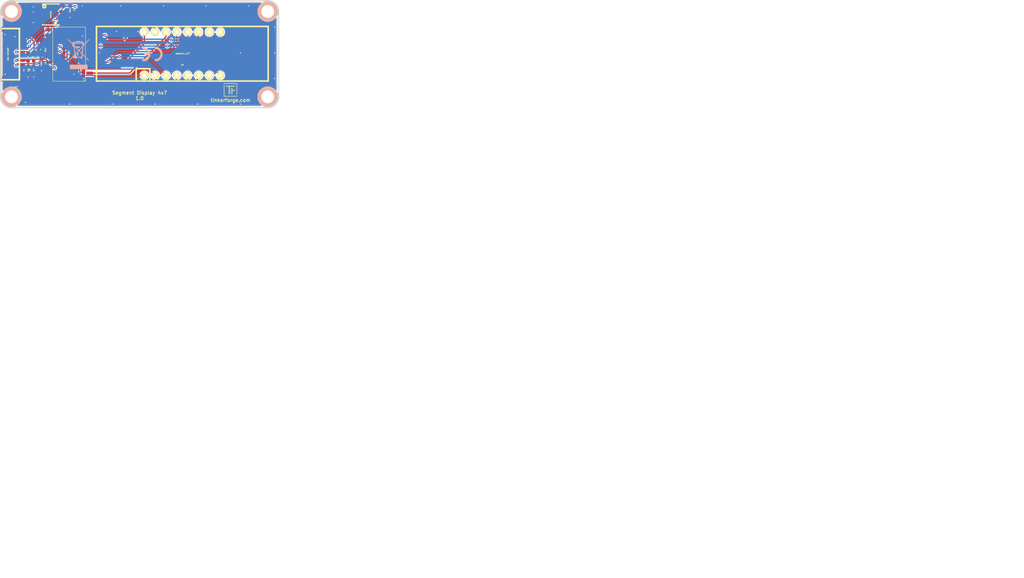
<source format=kicad_pcb>
(kicad_pcb (version 3) (host pcbnew "(2013-05-18 BZR 4017)-stable")
  (title_block (title "Segment Display 4x7 Bricklet") (rev 1.0) (company "Tinkerforge GmbH") (comment 1 "Licensed under CERN OHL v.1.1") (comment 2 "Copyright (©) 2013, B.Nordmeyer <bastian@tinkerforge.com>"))
  (layers (15 Vorderseite signal hide) (0 Rückseite signal hide) (18 B.Paste user) (19 F.Paste user) (20 B.SilkS user) (21 F.SilkS user) (22 B.Mask user) (23 F.Mask user) (28 Edge.Cuts user))
  (net 0 "")
  (net 1 +5V)
  (net 2 COM1)
  (net 3 COM2)
  (net 4 COM3)
  (net 5 COM4)
  (net 6 GND)
  (net 7 N-000001)
  (net 8 N-0000017)
  (net 9 N-0000018)
  (net 10 N-000002)
  (net 11 N-0000022)
  (net 12 N-0000023)
  (net 13 N-0000024)
  (net 14 N-0000029)
  (net 15 N-000003)
  (net 16 N-0000030)
  (net 17 N-000004)
  (net 18 N-000005)
  (net 19 N-000006)
  (net 20 VCC)
  (module SOIC8 (layer Vorderseite) (at 54.6 33 270)
    (fp_text reference U1 (at 1.5 -1.1 270) (layer F.SilkS) (effects (font (size 0.29972 0.29972) (thickness 0.0762))))
    (fp_text value M24C64 (at 0 0 270) (layer F.SilkS) (effects (font (size 0.29972 0.29972) (thickness 0.0762))))
    (pad 1 smd rect (at -1.90246 2.69748 90) (size 0.59944 1.5494) (layers Vorderseite F.Paste F.Mask) (net 6 GND))
    (pad 2 smd rect (at -0.63246 2.69748 90) (size 0.59944 1.5494) (layers Vorderseite F.Paste F.Mask) (net 6 GND))
    (pad 3 smd rect (at 0.63246 2.69748 90) (size 0.59944 1.5494) (layers Vorderseite F.Paste F.Mask) (net 13 N-0000024))
    (pad 4 smd rect (at 1.90246 2.69748 90) (size 0.59944 1.5494) (layers Vorderseite F.Paste F.Mask) (net 6 GND))
    (pad 5 smd rect (at 1.90246 -2.69748 270) (size 0.59944 1.5494) (layers Vorderseite F.Paste F.Mask) (net 11 N-0000022))
    (pad 6 smd rect (at 0.63246 -2.69748 270) (size 0.59944 1.5494) (layers Vorderseite F.Paste F.Mask) (net 12 N-0000023))
    (pad 7 smd rect (at -0.63246 -2.69748 270) (size 0.59944 1.5494) (layers Vorderseite F.Paste F.Mask))
    (pad 8 smd rect (at -1.90246 -2.69748 270) (size 0.59944 1.5494) (layers Vorderseite F.Paste F.Mask) (net 20 VCC))
  )
  (module DRILL_NP (layer Vorderseite) (at 45.4 52.3)
    (fp_text reference U4 hide)
    (fp_text value DRILL hide)
    (pad "" thru_hole circle (at 0 0) (size 2.99974 2.99974) (drill 2.99974) (layers *.Cu *.SilkS *.Mask) (clearance 0.89916))
  )
  (module DRILL_NP (layer Vorderseite) (at 45.4 32.3)
    (fp_text reference U6 hide)
    (fp_text value DRILL hide)
    (pad "" thru_hole circle (at 0 0) (size 2.99974 2.99974) (drill 2.99974) (layers *.Cu *.SilkS *.Mask) (clearance 0.89916))
  )
  (module DRILL_NP (layer Vorderseite) (at 105.4 52.3)
    (fp_text reference U5 hide)
    (fp_text value DRILL hide)
    (pad "" thru_hole circle (at 0 0) (size 2.99974 2.99974) (drill 2.99974) (layers *.Cu *.SilkS *.Mask) (clearance 0.89916))
  )
  (module CON-SENSOR (layer Vorderseite) (at 43 42.3 270)
    (fp_text reference P1 (at 7.9502 -3.50012 270) (layer F.SilkS) (effects (font (size 0.59944 0.59944) (thickness 0.12446))))
    (fp_text value CON-SENSOR (at 0 -1.6002 270) (layer F.SilkS) (effects (font (size 0.29972 0.29972) (thickness 0.07112))))
    (pad 1 smd rect (at -4.50088 -4.7752 270) (size 0.59944 1.5494) (layers Vorderseite F.Paste F.Mask) (net 1 +5V))
    (pad 2 smd rect (at -3.50012 -4.7752 270) (size 0.59944 1.5494) (layers Vorderseite F.Paste F.Mask) (net 6 GND))
    (pad 3 smd rect (at -2.49936 -4.7752 270) (size 0.59944 1.5494) (layers Vorderseite F.Paste F.Mask) (net 20 VCC))
    (pad 4 smd rect (at -1.50114 -4.7752 270) (size 0.59944 1.5494) (layers Vorderseite F.Paste F.Mask) (net 12 N-0000023))
    (pad 5 smd rect (at -0.50038 -4.7752 270) (size 0.59944 1.5494) (layers Vorderseite F.Paste F.Mask) (net 11 N-0000022))
    (pad 6 smd rect (at 0.50038 -4.7752 270) (size 0.59944 1.5494) (layers Vorderseite F.Paste F.Mask) (net 13 N-0000024))
    (pad 7 smd rect (at 1.50114 -4.7752 270) (size 0.59944 1.5494) (layers Vorderseite F.Paste F.Mask) (net 16 N-0000030))
    (pad 8 smd rect (at 2.49936 -4.7752 270) (size 0.59944 1.5494) (layers Vorderseite F.Paste F.Mask) (net 14 N-0000029))
    (pad 9 smd rect (at 3.50012 -4.7752 270) (size 0.59944 1.5494) (layers Vorderseite F.Paste F.Mask))
    (pad 10 smd rect (at 4.50088 -4.7752 270) (size 0.59944 1.5494) (layers Vorderseite F.Paste F.Mask))
    (pad EP smd rect (at -5.79882 -0.89916 270) (size 1.19888 1.80086) (layers Vorderseite F.Paste F.Mask) (net 6 GND))
    (pad EP smd rect (at 5.79882 -0.89916 270) (size 1.19888 1.80086) (layers Vorderseite F.Paste F.Mask) (net 6 GND))
  )
  (module 0603 (layer Vorderseite) (at 49.3 43 270)
    (fp_text reference R1 (at 0 -1.00076 270) (layer F.SilkS) (effects (font (size 0.29972 0.29972) (thickness 0.0762))))
    (fp_text value 1k (at 0 0 270) (layer F.SilkS) (effects (font (size 0.29972 0.29972) (thickness 0.07493))))
    (pad 1 smd rect (at -0.8001 0 270) (size 0.8001 0.8001) (layers Vorderseite F.Paste F.Mask) (net 1 +5V))
    (pad 2 smd rect (at 0.8001 0 270) (size 0.8001 0.8001) (layers Vorderseite F.Paste F.Mask) (net 16 N-0000030))
  )
  (module 0603 (layer Vorderseite) (at 49.3 46 90)
    (fp_text reference C1 (at 0 -1.00076 90) (layer F.SilkS) (effects (font (size 0.29972 0.29972) (thickness 0.0762))))
    (fp_text value 1nF (at 0 0 90) (layer F.SilkS) (effects (font (size 0.29972 0.29972) (thickness 0.0762))))
    (pad 1 smd rect (at -0.8001 0 90) (size 0.8001 0.8001) (layers Vorderseite F.Paste F.Mask) (net 6 GND))
    (pad 2 smd rect (at 0.8001 0 90) (size 0.8001 0.8001) (layers Vorderseite F.Paste F.Mask) (net 16 N-0000030))
  )
  (module 0603 (layer Vorderseite) (at 52.4 44.4 270)
    (fp_text reference C5 (at 0 -1.00076 270) (layer F.SilkS) (effects (font (size 0.29972 0.29972) (thickness 0.0762))))
    (fp_text value 100nF (at 0 0 270) (layer F.SilkS) (effects (font (size 0.29972 0.29972) (thickness 0.0762))))
    (pad 1 smd rect (at -0.8001 0 270) (size 0.8001 0.8001) (layers Vorderseite F.Paste F.Mask) (net 1 +5V))
    (pad 2 smd rect (at 0.8001 0 270) (size 0.8001 0.8001) (layers Vorderseite F.Paste F.Mask) (net 6 GND))
  )
  (module 0603 (layer Vorderseite) (at 50.6 43 270)
    (fp_text reference R2 (at 0 -1.00076 270) (layer F.SilkS) (effects (font (size 0.29972 0.29972) (thickness 0.0762))))
    (fp_text value 1k (at 0 0 270) (layer F.SilkS) (effects (font (size 0.29972 0.29972) (thickness 0.07493))))
    (pad 1 smd rect (at -0.8001 0 270) (size 0.8001 0.8001) (layers Vorderseite F.Paste F.Mask) (net 1 +5V))
    (pad 2 smd rect (at 0.8001 0 270) (size 0.8001 0.8001) (layers Vorderseite F.Paste F.Mask) (net 14 N-0000029))
  )
  (module DRILL_NP (layer Vorderseite) (at 105.4 32.3)
    (fp_text reference U7 hide)
    (fp_text value DRILL hide)
    (pad "" thru_hole circle (at 0 0) (size 2.99974 2.99974) (drill 2.99974) (layers *.Cu *.SilkS *.Mask) (clearance 0.89916))
  )
  (module 0603 (layer Vorderseite) (at 59.1 31.9 270)
    (fp_text reference C4 (at 0 -1.00076 270) (layer F.SilkS) (effects (font (size 0.29972 0.29972) (thickness 0.0762))))
    (fp_text value 100nF (at 0 0 270) (layer F.SilkS) (effects (font (size 0.29972 0.29972) (thickness 0.0762))))
    (pad 1 smd rect (at -0.8001 0 270) (size 0.8001 0.8001) (layers Vorderseite F.Paste F.Mask) (net 20 VCC))
    (pad 2 smd rect (at 0.8001 0 270) (size 0.8001 0.8001) (layers Vorderseite F.Paste F.Mask) (net 6 GND))
  )
  (module 0603 (layer Vorderseite) (at 50.6 46 90)
    (fp_text reference C3 (at 0 -1.00076 90) (layer F.SilkS) (effects (font (size 0.29972 0.29972) (thickness 0.0762))))
    (fp_text value 1nF (at 0 0 90) (layer F.SilkS) (effects (font (size 0.29972 0.29972) (thickness 0.0762))))
    (pad 1 smd rect (at -0.8001 0 90) (size 0.8001 0.8001) (layers Vorderseite F.Paste F.Mask) (net 6 GND))
    (pad 2 smd rect (at 0.8001 0 90) (size 0.8001 0.8001) (layers Vorderseite F.Paste F.Mask) (net 14 N-0000029))
  )
  (module 0805 (layer Vorderseite) (at 52.2 41.3 90)
    (fp_text reference C2 (at 0 -1.04902 90) (layer F.SilkS) (effects (font (size 0.29972 0.29972) (thickness 0.0762))))
    (fp_text value 10µF (at 0 1.15062 90) (layer F.SilkS) (effects (font (size 0.29972 0.29972) (thickness 0.0762))))
    (pad 1 smd rect (at -1.00076 0 90) (size 1.00076 1.24968) (layers Vorderseite F.Paste F.Mask) (net 1 +5V) (clearance 0.14986))
    (pad 2 smd rect (at 1.00076 0 90) (size 1.00076 1.24968) (layers Vorderseite F.Paste F.Mask) (net 6 GND) (clearance 0.14986))
  )
  (module SOP20 (layer Vorderseite) (at 58.9 42.3 90)
    (fp_text reference U2 (at 0 2 90) (layer F.SilkS) (effects (font (size 0.3 0.3) (thickness 0.075))))
    (fp_text value TM1637 (at 0 0 90) (layer F.SilkS) (effects (font (size 0.3 0.3) (thickness 0.075))))
    (pad 1 smd rect (at -5.71246 4.79806 270) (size 0.6985 1.59766) (layers Vorderseite F.Paste F.Mask) (net 6 GND))
    (pad 2 smd rect (at -4.44246 4.79806 270) (size 0.6985 1.59766) (layers Vorderseite F.Paste F.Mask) (net 8 N-0000017))
    (pad 3 smd rect (at -3.17246 4.79806 270) (size 0.6985 1.59766) (layers Vorderseite F.Paste F.Mask) (net 9 N-0000018))
    (pad 4 smd rect (at -1.90246 4.79806 270) (size 0.6985 1.59766) (layers Vorderseite F.Paste F.Mask) (net 10 N-000002))
    (pad 5 smd rect (at -0.63246 4.79806 270) (size 0.6985 1.59766) (layers Vorderseite F.Paste F.Mask) (net 15 N-000003))
    (pad 6 smd rect (at 0.63246 4.79806 270) (size 0.6985 1.59766) (layers Vorderseite F.Paste F.Mask) (net 17 N-000004))
    (pad 7 smd rect (at 1.90246 4.79806 270) (size 0.6985 1.59766) (layers Vorderseite F.Paste F.Mask) (net 18 N-000005))
    (pad 8 smd rect (at 3.17246 4.79806 270) (size 0.6985 1.59766) (layers Vorderseite F.Paste F.Mask) (net 7 N-000001))
    (pad 9 smd rect (at 4.44246 4.79806 270) (size 0.6985 1.59766) (layers Vorderseite F.Paste F.Mask) (net 19 N-000006))
    (pad 10 smd rect (at 5.71246 4.79806 270) (size 0.6985 1.59766) (layers Vorderseite F.Paste F.Mask))
    (pad 11 smd rect (at 5.71246 -4.79806 90) (size 0.6985 1.59766) (layers Vorderseite F.Paste F.Mask))
    (pad 12 smd rect (at 4.44246 -4.79806 90) (size 0.6985 1.59766) (layers Vorderseite F.Paste F.Mask) (net 5 COM4))
    (pad 13 smd rect (at 3.17246 -4.79806 90) (size 0.6985 1.59766) (layers Vorderseite F.Paste F.Mask) (net 4 COM3))
    (pad 14 smd rect (at 1.90246 -4.79806 90) (size 0.6985 1.59766) (layers Vorderseite F.Paste F.Mask) (net 3 COM2))
    (pad 15 smd rect (at 0.63246 -4.79806 90) (size 0.6985 1.59766) (layers Vorderseite F.Paste F.Mask) (net 2 COM1))
    (pad 16 smd rect (at -0.63246 -4.79806 90) (size 0.6985 1.59766) (layers Vorderseite F.Paste F.Mask) (net 1 +5V))
    (pad 17 smd rect (at -1.90246 -4.79806 90) (size 0.6985 1.59766) (layers Vorderseite F.Paste F.Mask) (net 14 N-0000029))
    (pad 18 smd rect (at -3.17246 -4.79806 90) (size 0.6985 1.59766) (layers Vorderseite F.Paste F.Mask) (net 16 N-0000030))
    (pad 19 smd rect (at -4.44246 -4.79806 90) (size 0.6985 1.59766) (layers Vorderseite F.Paste F.Mask))
    (pad 20 smd rect (at -5.71246 -4.79806 90) (size 0.6985 1.59766) (layers Vorderseite F.Paste F.Mask))
  )
  (module Logo_31x31 (layer Vorderseite) (at 95.1 49.1)
    (fp_text reference G*** hide)
    (fp_text value Logo_31x31 hide)
  )
  (module WEEE_7mm (layer Rückseite) (at 61.1 42.3)
    (fp_text reference VAL hide)
    (fp_text value WEEE_7mm hide)
  )
  (module CE_5mm (layer Rückseite) (at 78.4 42.3 180)
    (fp_text reference VAL hide)
    (fp_text value CE_5mm hide)
  )
  (module Fiducial_Mark (layer Vorderseite) (at 50.4 52.3)
    (fp_text reference Fiducial_Mark hide)
    (fp_text value VAL** hide)
    (pad 1 smd circle (at 0 0) (size 1.00076 1.00076) (layers Vorderseite F.Mask) (clearance 0.65024))
  )
  (module Fiducial_Mark (layer Vorderseite) (at 99.4 32.3)
    (fp_text reference Fiducial_Mark hide)
    (fp_text value VAL** hide)
    (pad 1 smd circle (at 0 0) (size 1.00076 1.00076) (layers Vorderseite F.Mask) (clearance 0.65024))
  )
  (module Fiducial_Mark (layer Vorderseite) (at 48.9 31.3)
    (fp_text reference Fiducial_Mark hide)
    (fp_text value VAL** hide)
    (pad 1 smd circle (at 0 0) (size 1.00076 1.00076) (layers Vorderseite F.Mask) (clearance 0.65024))
  )
  (module SEGMENT_4X7 (layer Vorderseite) (at 85.4 42.2)
    (fp_text reference U3 (at 0 2.6) (layer F.SilkS) (effects (font (size 0.3 0.3) (thickness 0.075))))
    (fp_text value SEGMENT_4X7 (at 0 0) (layer F.SilkS) (effects (font (size 0.3 0.3) (thickness 0.075))))
    (pad 1 thru_hole circle (at -8.89 5.08) (size 1.8 1.8) (drill 0.8) (layers *.Cu *.Mask F.SilkS) (net 2 COM1))
    (pad 2 thru_hole circle (at -6.35 5.08) (size 1.8 1.8) (drill 0.8) (layers *.Cu *.Mask F.SilkS) (net 3 COM2))
    (pad 3 thru_hole circle (at -3.81 5.08) (size 1.8 1.8) (drill 0.8) (layers *.Cu *.Mask F.SilkS) (net 15 N-000003))
    (pad 4 thru_hole circle (at -1.27 5.08) (size 1.8 1.8) (drill 0.8) (layers *.Cu *.Mask F.SilkS) (net 3 COM2))
    (pad 5 thru_hole circle (at 1.27 5.08) (size 1.8 1.8) (drill 0.8) (layers *.Cu *.Mask F.SilkS) (net 17 N-000004))
    (pad 6 thru_hole circle (at 3.81 5.08) (size 1.8 1.8) (drill 0.8) (layers *.Cu *.Mask F.SilkS) (net 4 COM3))
    (pad 7 thru_hole circle (at 6.35 5.08) (size 1.8 1.8) (drill 0.8) (layers *.Cu *.Mask F.SilkS))
    (pad 8 thru_hole circle (at 8.89 5.08) (size 1.8 1.8) (drill 0.8) (layers *.Cu *.Mask F.SilkS) (net 5 COM4))
    (pad 9 thru_hole circle (at 8.89 -5.08) (size 1.8 1.8) (drill 0.8) (layers *.Cu *.Mask F.SilkS))
    (pad 10 thru_hole circle (at 6.35 -5.08) (size 1.8 1.8) (drill 0.8) (layers *.Cu *.Mask F.SilkS))
    (pad 11 thru_hole circle (at 3.81 -5.08) (size 1.8 1.8) (drill 0.8) (layers *.Cu *.Mask F.SilkS) (net 18 N-000005))
    (pad 12 thru_hole circle (at 1.27 -5.08) (size 1.8 1.8) (drill 0.8) (layers *.Cu *.Mask F.SilkS) (net 19 N-000006))
    (pad 13 thru_hole circle (at -1.27 -5.08) (size 1.8 1.8) (drill 0.8) (layers *.Cu *.Mask F.SilkS) (net 10 N-000002))
    (pad 14 thru_hole circle (at -3.81 -5.08) (size 1.8 1.8) (drill 0.8) (layers *.Cu *.Mask F.SilkS) (net 8 N-0000017))
    (pad 15 thru_hole circle (at -6.35 -5.08) (size 1.8 1.8) (drill 0.9) (layers *.Cu *.Mask F.SilkS) (net 7 N-000001))
    (pad 16 thru_hole circle (at -8.89 -5.08) (size 1.8 1.8) (drill 0.9) (layers *.Cu *.Mask F.SilkS) (net 9 N-0000018))
  )
  (gr_line (start 107.9 52.3) (end 107.9 32.4) (angle 90) (layer Edge.Cuts) (width 0.381))
  (gr_line (start 105.4 54.8) (end 45.4 54.8) (angle 90) (layer Edge.Cuts) (width 0.381))
  (gr_line (start 105.5 29.8) (end 45.4 29.8) (angle 90) (layer Edge.Cuts) (width 0.381))
  (gr_arc (start 105.4 52.3) (end 107.9 52.3) (angle 90) (layer Edge.Cuts) (width 0.381))
  (gr_arc (start 105.4 32.3) (end 105.5 29.8) (angle 90) (layer Edge.Cuts) (width 0.381))
  (gr_text "Segment Display 4x7\n1.0" (at 75.4 52) (layer F.SilkS) (effects (font (size 0.8 0.8))))
  (gr_text tinkerforge.com (at 96.7 53.1) (layer F.SilkS) (effects (font (size 0.8 0.8))))
  (gr_line (start 42.9 32.3) (end 42.9 52.3) (angle 90) (layer Edge.Cuts) (width 0.381))
  (gr_arc (start 45.4 32.3) (end 42.9 32.3) (angle 90) (layer Edge.Cuts) (width 0.381))
  (gr_arc (start 45.4 52.3) (end 45.4 54.8) (angle 90) (layer Edge.Cuts) (width 0.381))
  (segment (start 49.3 42.1999) (end 50.6 42.1999) (width 0.29972) (layer Vorderseite) (net 1))
  (segment (start 50.7 41.2) (end 50.7 42.0999) (width 0.29972) (layer Vorderseite) (net 1))
  (segment (start 50.7 42.0999) (end 50.6 42.1999) (width 0.29972) (layer Vorderseite) (net 1))
  (segment (start 52.4 43.5999) (end 52.6001 43.5999) (width 0.29972) (layer Vorderseite) (net 1))
  (segment (start 53.26754 42.93246) (end 54.10194 42.93246) (width 0.29972) (layer Vorderseite) (net 1))
  (segment (start 52.6001 43.5999) (end 53.26754 42.93246) (width 0.29972) (layer Vorderseite) (net 1))
  (segment (start 52.2 42.30076) (end 52.2 43.3999) (width 0.29972) (layer Vorderseite) (net 1))
  (segment (start 52.2 43.3999) (end 52.4 43.5999) (width 0.29972) (layer Vorderseite) (net 1))
  (segment (start 52.2 42.30076) (end 51.80076 42.30076) (width 0.29972) (layer Vorderseite) (net 1))
  (segment (start 49.09912 37.79912) (end 50.7 39.4) (width 0.29972) (layer Vorderseite) (net 1))
  (segment (start 50.7 39.4) (end 50.7 41.2) (width 0.29972) (layer Vorderseite) (net 1))
  (segment (start 49.09912 37.79912) (end 47.7752 37.79912) (width 0.29972) (layer Vorderseite) (net 1))
  (segment (start 51.80076 42.30076) (end 50.7 41.2) (width 0.29972) (layer Vorderseite) (net 1))
  (segment (start 76.51 47.28) (end 62.38 47.28) (width 0.29972) (layer Rückseite) (net 2))
  (segment (start 56.76754 41.66754) (end 54.10194 41.66754) (width 0.29972) (layer Vorderseite) (net 2))
  (segment (start 56.8 41.7) (end 56.76754 41.66754) (width 0.29972) (layer Vorderseite) (net 2))
  (via (at 56.8 41.7) (size 0.70104) (layers Vorderseite Rückseite) (net 2))
  (segment (start 62.38 47.28) (end 56.8 41.7) (width 0.29972) (layer Rückseite) (net 2))
  (segment (start 79.05 47.28) (end 79.05 48.05) (width 0.29972) (layer Vorderseite) (net 3))
  (segment (start 84.13 48.17) (end 84.13 47.28) (width 0.29972) (layer Vorderseite) (net 3))
  (segment (start 83.6 48.7) (end 84.13 48.17) (width 0.29972) (layer Vorderseite) (net 3))
  (segment (start 79.7 48.7) (end 83.6 48.7) (width 0.29972) (layer Vorderseite) (net 3))
  (segment (start 79.05 48.05) (end 79.7 48.7) (width 0.29972) (layer Vorderseite) (net 3))
  (segment (start 79.05 47.28) (end 78.98 47.28) (width 0.29972) (layer Rückseite) (net 3))
  (segment (start 56.69754 40.39754) (end 54.10194 40.39754) (width 0.29972) (layer Vorderseite) (net 3))
  (segment (start 56.8 40.5) (end 56.69754 40.39754) (width 0.29972) (layer Vorderseite) (net 3))
  (via (at 56.8 40.5) (size 0.70104) (layers Vorderseite Rückseite) (net 3))
  (segment (start 62.1 45.8) (end 56.8 40.5) (width 0.29972) (layer Rückseite) (net 3))
  (segment (start 77.5 45.8) (end 62.1 45.8) (width 0.29972) (layer Rückseite) (net 3))
  (segment (start 78.98 47.28) (end 77.5 45.8) (width 0.29972) (layer Rückseite) (net 3))
  (segment (start 89.21 47.28) (end 89.21 47.99) (width 0.29972) (layer Vorderseite) (net 4))
  (segment (start 56.92754 39.12754) (end 54.10194 39.12754) (width 0.29972) (layer Vorderseite) (net 4))
  (segment (start 58.4 40.6) (end 56.92754 39.12754) (width 0.29972) (layer Vorderseite) (net 4))
  (segment (start 58.4 47.4) (end 58.4 40.6) (width 0.29972) (layer Vorderseite) (net 4))
  (segment (start 62 51) (end 58.4 47.4) (width 0.29972) (layer Vorderseite) (net 4))
  (segment (start 86.2 51) (end 62 51) (width 0.29972) (layer Vorderseite) (net 4))
  (segment (start 89.21 47.99) (end 86.2 51) (width 0.29972) (layer Vorderseite) (net 4))
  (segment (start 54.10194 37.85754) (end 60.04246 37.85754) (width 0.29972) (layer Vorderseite) (net 5))
  (segment (start 90.475 43.465) (end 94.29 47.28) (width 0.29972) (layer Vorderseite) (net 5))
  (segment (start 90.475 36.175) (end 90.475 43.465) (width 0.29972) (layer Vorderseite) (net 5))
  (segment (start 89 34.7) (end 90.475 36.175) (width 0.29972) (layer Vorderseite) (net 5))
  (segment (start 63.2 34.7) (end 89 34.7) (width 0.29972) (layer Vorderseite) (net 5))
  (segment (start 60.04246 37.85754) (end 63.2 34.7) (width 0.29972) (layer Vorderseite) (net 5))
  (segment (start 101 31) (end 101 30.9) (width 0.29972) (layer Vorderseite) (net 6))
  (segment (start 97.4 30.6) (end 97 31) (width 0.29972) (layer Vorderseite) (net 6))
  (segment (start 100.7 30.6) (end 97.4 30.6) (width 0.29972) (layer Vorderseite) (net 6))
  (segment (start 101 30.9) (end 100.7 30.6) (width 0.29972) (layer Vorderseite) (net 6))
  (segment (start 48.7 53.6) (end 48.7 48.3) (width 0.29972) (layer Vorderseite) (net 6))
  (segment (start 48.7 48.3) (end 49.3 47.7) (width 0.29972) (layer Vorderseite) (net 6))
  (segment (start 75 37) (end 70 37) (width 0.29972) (layer Rückseite) (net 6))
  (segment (start 71 36) (end 70 37) (width 0.29972) (layer Rückseite) (net 6))
  (via (at 70 37) (size 0.70104) (layers Vorderseite Rückseite) (net 6))
  (segment (start 71 36) (end 71 31) (width 0.29972) (layer Rückseite) (net 6))
  (via (at 75 37) (size 0.70104) (layers Vorderseite Rückseite) (net 6))
  (segment (start 62 38) (end 62 40) (width 0.29972) (layer Rückseite) (net 6))
  (segment (start 59.1 35.1) (end 62 38) (width 0.29972) (layer Rückseite) (net 6))
  (via (at 62 38) (size 0.70104) (layers Vorderseite Rückseite) (net 6))
  (segment (start 59.1 33.7) (end 59.1 35.1) (width 0.29972) (layer Rückseite) (net 6))
  (via (at 66 42) (size 0.70104) (layers Vorderseite Rückseite) (net 6))
  (segment (start 64 42) (end 66 42) (width 0.29972) (layer Rückseite) (net 6))
  (segment (start 62 40) (end 64 42) (width 0.29972) (layer Rückseite) (net 6))
  (segment (start 60 47.7) (end 60 47) (width 0.29972) (layer Rückseite) (net 6))
  (via (at 60 47) (size 0.70104) (layers Vorderseite Rückseite) (net 6))
  (segment (start 107 36) (end 105 36) (width 0.29972) (layer Vorderseite) (net 6))
  (via (at 87 42) (size 0.70104) (layers Vorderseite Rückseite) (net 6))
  (segment (start 99 42) (end 87 42) (width 0.29972) (layer Rückseite) (net 6))
  (via (at 99 42) (size 0.70104) (layers Vorderseite Rückseite) (net 6))
  (segment (start 105 36) (end 99 42) (width 0.29972) (layer Vorderseite) (net 6))
  (via (at 62 31) (size 0.70104) (layers Vorderseite Rückseite) (net 6))
  (segment (start 71 31) (end 62 31) (width 0.29972) (layer Rückseite) (net 6))
  (via (at 71 31) (size 0.70104) (layers Vorderseite Rückseite) (net 6))
  (segment (start 81 31) (end 71 31) (width 0.29972) (layer Vorderseite) (net 6))
  (via (at 81 31) (size 0.70104) (layers Vorderseite Rückseite) (net 6))
  (segment (start 91 31) (end 81 31) (width 0.29972) (layer Rückseite) (net 6))
  (via (at 91 31) (size 0.70104) (layers Vorderseite Rückseite) (net 6))
  (segment (start 97 31) (end 91 31) (width 0.29972) (layer Vorderseite) (net 6))
  (via (at 101 31) (size 0.70104) (layers Vorderseite Rückseite) (net 6))
  (segment (start 101 33) (end 101 31) (width 0.29972) (layer Rückseite) (net 6))
  (segment (start 104 36) (end 101 33) (width 0.29972) (layer Rückseite) (net 6))
  (segment (start 107 36) (end 104 36) (width 0.29972) (layer Rückseite) (net 6))
  (via (at 107 36) (size 0.70104) (layers Vorderseite Rückseite) (net 6))
  (segment (start 107 42) (end 107 36) (width 0.29972) (layer Vorderseite) (net 6))
  (via (at 107 42) (size 0.70104) (layers Vorderseite Rückseite) (net 6))
  (segment (start 107 48) (end 107 42) (width 0.29972) (layer Rückseite) (net 6))
  (via (at 107 48) (size 0.70104) (layers Vorderseite Rückseite) (net 6))
  (segment (start 105 48) (end 107 48) (width 0.29972) (layer Vorderseite) (net 6))
  (segment (start 99 54) (end 105 48) (width 0.29972) (layer Vorderseite) (net 6))
  (via (at 99 54) (size 0.70104) (layers Vorderseite Rückseite) (net 6))
  (segment (start 89 54) (end 99 54) (width 0.29972) (layer Rückseite) (net 6))
  (via (at 89 54) (size 0.70104) (layers Vorderseite Rückseite) (net 6))
  (segment (start 79 54) (end 89 54) (width 0.29972) (layer Vorderseite) (net 6))
  (via (at 79 54) (size 0.70104) (layers Vorderseite Rückseite) (net 6))
  (segment (start 69 54) (end 79 54) (width 0.29972) (layer Rückseite) (net 6))
  (via (at 69 54) (size 0.70104) (layers Vorderseite Rückseite) (net 6))
  (segment (start 59 54) (end 69 54) (width 0.29972) (layer Vorderseite) (net 6))
  (via (at 59 54) (size 0.70104) (layers Vorderseite Rückseite) (net 6))
  (segment (start 49.1 54) (end 59 54) (width 0.29972) (layer Rückseite) (net 6))
  (segment (start 48.7 53.6) (end 49.1 54) (width 0.29972) (layer Rückseite) (net 6))
  (via (at 48.7 53.6) (size 0.70104) (layers Vorderseite Rückseite) (net 6))
  (segment (start 63.69806 48.01246) (end 62.31246 48.01246) (width 0.29972) (layer Vorderseite) (net 6))
  (segment (start 62.31246 48.01246) (end 62.3 48) (width 0.29972) (layer Vorderseite) (net 6))
  (segment (start 59.1 32.7001) (end 59.1 33.7) (width 0.29972) (layer Vorderseite) (net 6))
  (segment (start 53.9 38.9) (end 53.9 41.2) (width 0.29972) (layer Rückseite) (net 6))
  (segment (start 59.1 33.7) (end 53.9 38.9) (width 0.29972) (layer Rückseite) (net 6))
  (via (at 59.1 33.7) (size 0.70104) (layers Vorderseite Rückseite) (net 6))
  (segment (start 51.90252 31.09754) (end 50.60246 31.09754) (width 0.29972) (layer Vorderseite) (net 6))
  (segment (start 50.5 31.2) (end 50.5 32.4) (width 0.29972) (layer Rückseite) (net 6))
  (via (at 50.5 31.2) (size 0.70104) (layers Vorderseite Rückseite) (net 6))
  (segment (start 50.60246 31.09754) (end 50.5 31.2) (width 0.29972) (layer Vorderseite) (net 6))
  (segment (start 51.90252 32.36754) (end 50.53246 32.36754) (width 0.29972) (layer Vorderseite) (net 6))
  (segment (start 50.5 32.4) (end 50.5 34.9) (width 0.29972) (layer Rückseite) (net 6))
  (via (at 50.5 32.4) (size 0.70104) (layers Vorderseite Rückseite) (net 6))
  (segment (start 50.53246 32.36754) (end 50.5 32.4) (width 0.29972) (layer Vorderseite) (net 6))
  (segment (start 51.90252 34.90246) (end 50.50246 34.90246) (width 0.29972) (layer Vorderseite) (net 6))
  (segment (start 47.2 38.2) (end 46.2 38.2) (width 0.29972) (layer Rückseite) (net 6))
  (segment (start 50.5 34.9) (end 47.2 38.2) (width 0.29972) (layer Rückseite) (net 6))
  (via (at 50.5 34.9) (size 0.70104) (layers Vorderseite Rückseite) (net 6))
  (segment (start 50.50246 34.90246) (end 50.5 34.9) (width 0.29972) (layer Vorderseite) (net 6))
  (segment (start 52.2 41.2) (end 53.9 41.2) (width 0.29972) (layer Rückseite) (net 6))
  (segment (start 53.9 41.2) (end 54.5 41.2) (width 0.29972) (layer Rückseite) (net 6))
  (via (at 52.2 41.2) (size 0.70104) (layers Vorderseite Rückseite) (net 6))
  (segment (start 52.2 40.29924) (end 52.2 41.2) (width 0.29972) (layer Vorderseite) (net 6))
  (segment (start 57.5 47.2) (end 58 47.7) (width 0.29972) (layer Rückseite) (net 6))
  (segment (start 57.5 44.2) (end 57.5 47.2) (width 0.29972) (layer Rückseite) (net 6))
  (segment (start 54.5 41.2) (end 57.5 44.2) (width 0.29972) (layer Rückseite) (net 6))
  (segment (start 52.4 45.2001) (end 52.4 46.2) (width 0.29972) (layer Vorderseite) (net 6))
  (segment (start 52.6 46.4) (end 52.6 47.7) (width 0.29972) (layer Rückseite) (net 6))
  (segment (start 52.4 46.2) (end 52.6 46.4) (width 0.29972) (layer Rückseite) (net 6))
  (via (at 52.4 46.2) (size 0.70104) (layers Vorderseite Rückseite) (net 6))
  (segment (start 62 47.7) (end 60 47.7) (width 0.29972) (layer Rückseite) (net 6))
  (segment (start 60 47.7) (end 58 47.7) (width 0.29972) (layer Rückseite) (net 6))
  (segment (start 58 47.7) (end 52.6 47.7) (width 0.29972) (layer Rückseite) (net 6))
  (segment (start 52.6 47.7) (end 50.6 47.7) (width 0.29972) (layer Rückseite) (net 6))
  (segment (start 62.3 48) (end 62 47.7) (width 0.29972) (layer Rückseite) (net 6))
  (via (at 62.3 48) (size 0.70104) (layers Vorderseite Rückseite) (net 6))
  (segment (start 62.31246 48.01246) (end 62.3 48) (width 0.29972) (layer Vorderseite) (net 6))
  (segment (start 50.6 46.8001) (end 50.6 47.7) (width 0.29972) (layer Vorderseite) (net 6))
  (segment (start 50.6 47.7) (end 49.3 47.7) (width 0.29972) (layer Rückseite) (net 6))
  (via (at 50.6 47.7) (size 0.70104) (layers Vorderseite Rückseite) (net 6))
  (segment (start 49.3 46.8001) (end 49.3 47.7) (width 0.29972) (layer Vorderseite) (net 6))
  (segment (start 48.6 47) (end 43.9 47) (width 0.29972) (layer Rückseite) (net 6))
  (segment (start 49.3 47.7) (end 48.6 47) (width 0.29972) (layer Rückseite) (net 6))
  (via (at 49.3 47.7) (size 0.70104) (layers Vorderseite Rückseite) (net 6))
  (segment (start 43.89916 48.09882) (end 43.89916 47.00084) (width 0.29972) (layer Vorderseite) (net 6))
  (segment (start 43.9 47) (end 43.9 37.7) (width 0.29972) (layer Rückseite) (net 6))
  (via (at 43.9 47) (size 0.70104) (layers Vorderseite Rückseite) (net 6))
  (segment (start 43.89916 47.00084) (end 43.9 47) (width 0.29972) (layer Vorderseite) (net 6))
  (segment (start 43.89916 36.50118) (end 43.89916 37.69916) (width 0.29972) (layer Vorderseite) (net 6))
  (segment (start 46.79988 38.79988) (end 46.2 38.2) (width 0.29972) (layer Vorderseite) (net 6))
  (via (at 46.2 38.2) (size 0.70104) (layers Vorderseite Rückseite) (net 6))
  (segment (start 46.79988 38.79988) (end 47.7752 38.79988) (width 0.29972) (layer Vorderseite) (net 6))
  (segment (start 44.4 38.2) (end 46.2 38.2) (width 0.29972) (layer Rückseite) (net 6))
  (segment (start 43.9 37.7) (end 44.4 38.2) (width 0.29972) (layer Rückseite) (net 6))
  (via (at 43.9 37.7) (size 0.70104) (layers Vorderseite Rückseite) (net 6))
  (segment (start 43.89916 37.69916) (end 43.9 37.7) (width 0.29972) (layer Vorderseite) (net 6))
  (segment (start 47.7752 38.79988) (end 48.80012 38.79988) (width 0.29972) (layer Vorderseite) (net 6))
  (via (at 48.9 38.7) (size 0.70104) (layers Vorderseite Rückseite) (net 6))
  (segment (start 48.80012 38.79988) (end 48.9 38.7) (width 0.29972) (layer Vorderseite) (net 6))
  (segment (start 79.05 37.12) (end 79.05 36.35) (width 0.29972) (layer Vorderseite) (net 7))
  (segment (start 71.47246 39.12754) (end 63.69806 39.12754) (width 0.29972) (layer Vorderseite) (net 7))
  (segment (start 75.1 35.5) (end 71.47246 39.12754) (width 0.29972) (layer Vorderseite) (net 7))
  (segment (start 78.2 35.5) (end 75.1 35.5) (width 0.29972) (layer Vorderseite) (net 7))
  (segment (start 79.05 36.35) (end 78.2 35.5) (width 0.29972) (layer Vorderseite) (net 7))
  (segment (start 63.69806 46.74246) (end 73.05754 46.74246) (width 0.29972) (layer Vorderseite) (net 8))
  (segment (start 81.59 38.21) (end 81.59 37.12) (width 0.29972) (layer Vorderseite) (net 8))
  (segment (start 73.05754 46.74246) (end 81.59 38.21) (width 0.29972) (layer Vorderseite) (net 8))
  (segment (start 63.69806 45.47246) (end 70.82754 45.47246) (width 0.29972) (layer Vorderseite) (net 9))
  (segment (start 76.51 39.79) (end 76.51 37.12) (width 0.29972) (layer Vorderseite) (net 9))
  (segment (start 70.82754 45.47246) (end 76.51 39.79) (width 0.29972) (layer Vorderseite) (net 9))
  (segment (start 84.13 37.12) (end 84.13 39.97) (width 0.29972) (layer Rückseite) (net 10))
  (segment (start 82.4 41.7) (end 80 41.7) (width 0.29972) (layer Rückseite) (net 10))
  (segment (start 84.13 39.97) (end 82.4 41.7) (width 0.29972) (layer Rückseite) (net 10))
  (segment (start 67.79754 44.20246) (end 63.69806 44.20246) (width 0.29972) (layer Vorderseite) (net 10))
  (segment (start 80 41.7) (end 70.3 41.7) (width 0.29972) (layer Rückseite) (net 10))
  (segment (start 70.3 41.7) (end 68 44) (width 0.29972) (layer Rückseite) (net 10))
  (via (at 68 44) (size 0.70104) (layers Vorderseite Rückseite) (net 10))
  (segment (start 68 44) (end 67.79754 44.20246) (width 0.29972) (layer Vorderseite) (net 10))
  (segment (start 47.7752 41.79962) (end 46.50038 41.79962) (width 0.29972) (layer Vorderseite) (net 11))
  (segment (start 56.49754 34.90246) (end 57.29748 34.90246) (width 0.29972) (layer Vorderseite) (net 11))
  (segment (start 55.8 35.6) (end 56.49754 34.90246) (width 0.29972) (layer Vorderseite) (net 11))
  (via (at 55.8 35.6) (size 0.70104) (layers Vorderseite Rückseite) (net 11))
  (segment (start 55.6 35.6) (end 55.8 35.6) (width 0.29972) (layer Rückseite) (net 11))
  (segment (start 49.5 41.7) (end 55.6 35.6) (width 0.29972) (layer Rückseite) (net 11))
  (segment (start 46.6 41.7) (end 49.5 41.7) (width 0.29972) (layer Rückseite) (net 11))
  (segment (start 46.5 41.8) (end 46.6 41.7) (width 0.29972) (layer Rückseite) (net 11))
  (via (at 46.5 41.8) (size 0.70104) (layers Vorderseite Rückseite) (net 11))
  (segment (start 46.50038 41.79962) (end 46.5 41.8) (width 0.29972) (layer Vorderseite) (net 11))
  (segment (start 47.7752 40.79886) (end 49.30114 40.79886) (width 0.29972) (layer Vorderseite) (net 12))
  (segment (start 56.36754 33.63246) (end 57.29748 33.63246) (width 0.29972) (layer Vorderseite) (net 12))
  (segment (start 55.6 34.4) (end 56.36754 33.63246) (width 0.29972) (layer Vorderseite) (net 12))
  (via (at 55.6 34.4) (size 0.70104) (layers Vorderseite Rückseite) (net 12))
  (segment (start 55.6 34.5) (end 55.6 34.4) (width 0.29972) (layer Rückseite) (net 12))
  (segment (start 49.6 40.5) (end 55.6 34.5) (width 0.29972) (layer Rückseite) (net 12))
  (via (at 49.6 40.5) (size 0.70104) (layers Vorderseite Rückseite) (net 12))
  (segment (start 49.30114 40.79886) (end 49.6 40.5) (width 0.29972) (layer Vorderseite) (net 12))
  (segment (start 47.7752 42.80038) (end 45.70038 42.80038) (width 0.29972) (layer Vorderseite) (net 13))
  (segment (start 45 38.1) (end 46.3 36.8) (width 0.29972) (layer Vorderseite) (net 13))
  (segment (start 45 42.1) (end 45 38.1) (width 0.29972) (layer Vorderseite) (net 13))
  (segment (start 45.70038 42.80038) (end 45 42.1) (width 0.29972) (layer Vorderseite) (net 13))
  (segment (start 49.46754 33.63246) (end 51.90252 33.63246) (width 0.29972) (layer Vorderseite) (net 13))
  (segment (start 46.3 36.8) (end 49.46754 33.63246) (width 0.29972) (layer Vorderseite) (net 13))
  (segment (start 54.10194 44.20246) (end 53.19754 44.20246) (width 0.29972) (layer Vorderseite) (net 14))
  (segment (start 51.4 44.4) (end 51.3 44.5) (width 0.29972) (layer Vorderseite) (net 14))
  (segment (start 53 44.4) (end 51.4 44.4) (width 0.29972) (layer Vorderseite) (net 14))
  (segment (start 53.19754 44.20246) (end 53 44.4) (width 0.29972) (layer Vorderseite) (net 14))
  (segment (start 47.7752 44.79936) (end 46.60064 44.79936) (width 0.29972) (layer Vorderseite) (net 14))
  (segment (start 51.3 44.5) (end 50.6 44.5) (width 0.29972) (layer Vorderseite) (net 14))
  (via (at 51.3 44.5) (size 0.70104) (layers Vorderseite Rückseite) (net 14))
  (segment (start 46.9 44.5) (end 51.3 44.5) (width 0.29972) (layer Rückseite) (net 14))
  (segment (start 46.5 44.9) (end 46.9 44.5) (width 0.29972) (layer Rückseite) (net 14))
  (via (at 46.5 44.9) (size 0.70104) (layers Vorderseite Rückseite) (net 14))
  (segment (start 46.60064 44.79936) (end 46.5 44.9) (width 0.29972) (layer Vorderseite) (net 14))
  (segment (start 50.6 44.5) (end 50.5 44.5) (width 0.29972) (layer Vorderseite) (net 14))
  (segment (start 50.5 44.5) (end 50.6 44.5) (width 0.29972) (layer Vorderseite) (net 14))
  (segment (start 50.6 43.8001) (end 50.6 44.5) (width 0.29972) (layer Vorderseite) (net 14))
  (segment (start 50.6 44.5) (end 50.6 45.1999) (width 0.29972) (layer Vorderseite) (net 14))
  (segment (start 81.59 47.28) (end 81.58 47.28) (width 0.29972) (layer Rückseite) (net 15))
  (segment (start 70.56754 42.93246) (end 63.69806 42.93246) (width 0.29972) (layer Vorderseite) (net 15))
  (segment (start 70.6 42.9) (end 70.56754 42.93246) (width 0.29972) (layer Vorderseite) (net 15))
  (via (at 70.6 42.9) (size 0.70104) (layers Vorderseite Rückseite) (net 15))
  (segment (start 77.2 42.9) (end 70.6 42.9) (width 0.29972) (layer Rückseite) (net 15))
  (segment (start 81.58 47.28) (end 77.2 42.9) (width 0.29972) (layer Rückseite) (net 15))
  (segment (start 47.7752 43.80114) (end 46.50114 43.80114) (width 0.29972) (layer Vorderseite) (net 16))
  (segment (start 55.47246 45.47246) (end 54.10194 45.47246) (width 0.29972) (layer Vorderseite) (net 16))
  (segment (start 55.5 45.5) (end 55.47246 45.47246) (width 0.29972) (layer Vorderseite) (net 16))
  (via (at 55.5 45.5) (size 0.70104) (layers Vorderseite Rückseite) (net 16))
  (segment (start 53.5 43.5) (end 55.5 45.5) (width 0.29972) (layer Rückseite) (net 16))
  (segment (start 46.8 43.5) (end 53.5 43.5) (width 0.29972) (layer Rückseite) (net 16))
  (segment (start 46.5 43.8) (end 46.8 43.5) (width 0.29972) (layer Rückseite) (net 16))
  (via (at 46.5 43.8) (size 0.70104) (layers Vorderseite Rückseite) (net 16))
  (segment (start 46.50114 43.80114) (end 46.5 43.8) (width 0.29972) (layer Vorderseite) (net 16))
  (segment (start 47.7752 43.80114) (end 49.29896 43.80114) (width 0.29972) (layer Vorderseite) (net 16))
  (segment (start 49.29896 43.80114) (end 49.3 43.8001) (width 0.29972) (layer Vorderseite) (net 16))
  (segment (start 49.3 43.8001) (end 49.3 45.1999) (width 0.29972) (layer Vorderseite) (net 16))
  (segment (start 86.67 47.28) (end 86.67 48.43) (width 0.29972) (layer Vorderseite) (net 17))
  (segment (start 62.43246 41.66754) (end 63.69806 41.66754) (width 0.29972) (layer Vorderseite) (net 17))
  (segment (start 61.4 42.7) (end 62.43246 41.66754) (width 0.29972) (layer Vorderseite) (net 17))
  (segment (start 61.4 48.5) (end 61.4 42.7) (width 0.29972) (layer Vorderseite) (net 17))
  (segment (start 62.7 49.8) (end 61.4 48.5) (width 0.29972) (layer Vorderseite) (net 17))
  (segment (start 85.3 49.8) (end 62.7 49.8) (width 0.29972) (layer Vorderseite) (net 17))
  (segment (start 86.67 48.43) (end 85.3 49.8) (width 0.29972) (layer Vorderseite) (net 17))
  (segment (start 89.21 37.12) (end 89.21 37.99) (width 0.29972) (layer Vorderseite) (net 18))
  (segment (start 66.29754 40.39754) (end 63.69806 40.39754) (width 0.29972) (layer Vorderseite) (net 18))
  (segment (start 66.3 40.4) (end 66.29754 40.39754) (width 0.29972) (layer Vorderseite) (net 18))
  (via (at 66.3 40.4) (size 0.70104) (layers Vorderseite Rückseite) (net 18))
  (segment (start 81.9 40.4) (end 66.3 40.4) (width 0.29972) (layer Rückseite) (net 18))
  (via (at 81.9 40.4) (size 0.70104) (layers Vorderseite Rückseite) (net 18))
  (segment (start 86.8 40.4) (end 81.9 40.4) (width 0.29972) (layer Vorderseite) (net 18))
  (segment (start 89.21 37.99) (end 86.8 40.4) (width 0.29972) (layer Vorderseite) (net 18))
  (segment (start 86.67 37.12) (end 86.67 38.43) (width 0.29972) (layer Vorderseite) (net 19))
  (segment (start 67.25754 37.85754) (end 63.69806 37.85754) (width 0.29972) (layer Vorderseite) (net 19))
  (segment (start 67.3 37.9) (end 67.25754 37.85754) (width 0.29972) (layer Vorderseite) (net 19))
  (via (at 67.3 37.9) (size 0.70104) (layers Vorderseite Rückseite) (net 19))
  (segment (start 68.2 38.8) (end 67.3 37.9) (width 0.29972) (layer Rückseite) (net 19))
  (segment (start 82.6 38.8) (end 68.2 38.8) (width 0.29972) (layer Rückseite) (net 19))
  (segment (start 82.8 39) (end 82.6 38.8) (width 0.29972) (layer Rückseite) (net 19))
  (via (at 82.8 39) (size 0.70104) (layers Vorderseite Rückseite) (net 19))
  (segment (start 86.1 39) (end 82.8 39) (width 0.29972) (layer Vorderseite) (net 19))
  (segment (start 86.67 38.43) (end 86.1 39) (width 0.29972) (layer Vorderseite) (net 19))
  (segment (start 59.1 31.0999) (end 57.29984 31.0999) (width 0.29972) (layer Vorderseite) (net 20))
  (segment (start 57.29984 31.0999) (end 57.29748 31.09754) (width 0.29972) (layer Vorderseite) (net 20))
  (segment (start 47.7752 39.80064) (end 49.19936 39.80064) (width 0.29972) (layer Vorderseite) (net 20))
  (segment (start 60.2999 31.0999) (end 59.1 31.0999) (width 0.29972) (layer Vorderseite) (net 20))
  (segment (start 60.3 31.1) (end 60.2999 31.0999) (width 0.29972) (layer Vorderseite) (net 20))
  (via (at 60.3 31.1) (size 0.70104) (layers Vorderseite Rückseite) (net 20))
  (segment (start 57.9 31.1) (end 60.3 31.1) (width 0.29972) (layer Rückseite) (net 20))
  (segment (start 49.6 39.4) (end 57.9 31.1) (width 0.29972) (layer Rückseite) (net 20))
  (via (at 49.6 39.4) (size 0.70104) (layers Vorderseite Rückseite) (net 20))
  (segment (start 49.19936 39.80064) (end 49.6 39.4) (width 0.29972) (layer Vorderseite) (net 20))
  (zone (net 6) (net_name GND) (layer Vorderseite) (connect_pads (clearance 0.24892)) (min_thickness 0.24892) (fill (arc_segments 16) (thermal_gap 0.29972) (thermal_bridge_width 0.29972))
    (polygon (pts (xy 42.9 29.8) (xy 107.9 29.8) (xy 107.9 54.8) (xy 42.9 54.8)))
  )
  (zone (net 6) (net_name GND) (layer Rückseite) (connect_pads (clearance 0.24892)) (min_thickness 0.24892) (fill (arc_segments 16) (thermal_gap 0.29972) (thermal_bridge_width 0.29972))
    (polygon (pts (xy 42.9 54.8) (xy 42.9 29.8) (xy 107.9 29.8) (xy 107.9 54.8)))
  )
)
</source>
